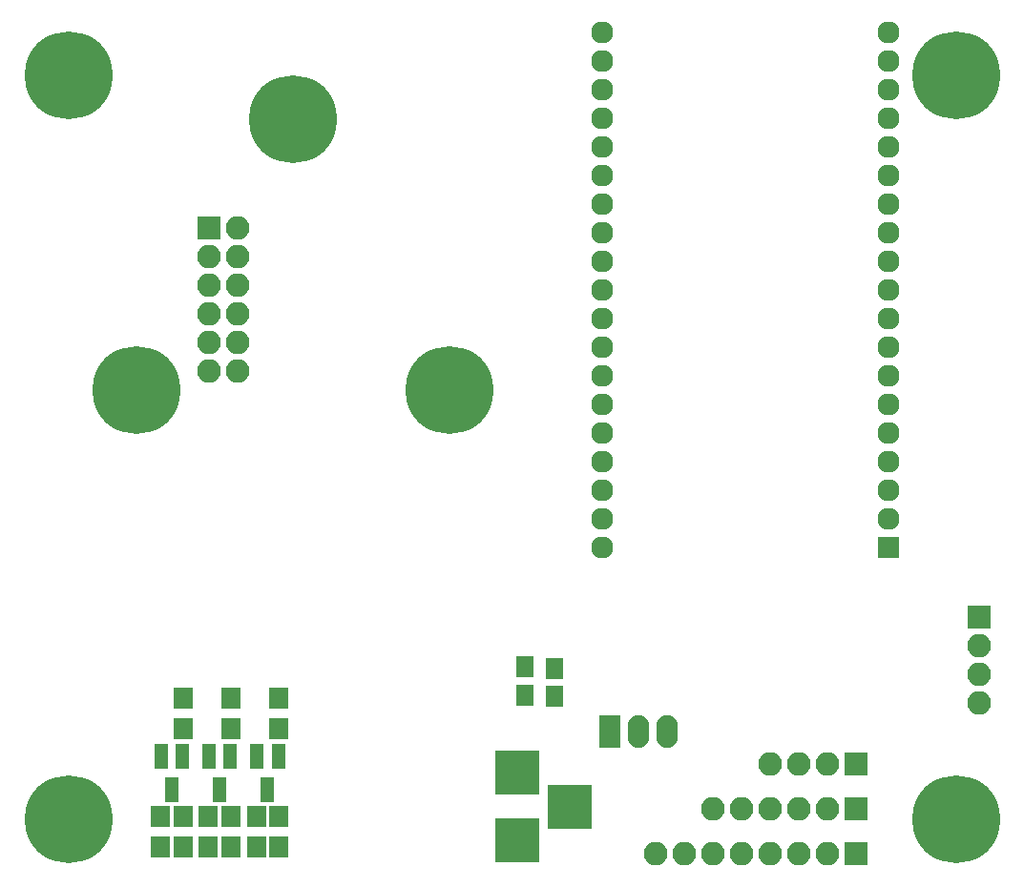
<source format=gts>
G04 #@! TF.GenerationSoftware,KiCad,Pcbnew,(5.0.0)*
G04 #@! TF.CreationDate,2019-02-03T17:05:02-08:00*
G04 #@! TF.ProjectId,mlab100_Base_Panel_1.5,6D6C61623130305F426173655F50616E,rev?*
G04 #@! TF.SameCoordinates,Original*
G04 #@! TF.FileFunction,Soldermask,Top*
G04 #@! TF.FilePolarity,Negative*
%FSLAX46Y46*%
G04 Gerber Fmt 4.6, Leading zero omitted, Abs format (unit mm)*
G04 Created by KiCad (PCBNEW (5.0.0)) date 02/03/19 17:05:02*
%MOMM*%
%LPD*%
G01*
G04 APERTURE LIST*
%ADD10R,1.960000X1.960000*%
%ADD11C,1.960000*%
%ADD12R,1.900000X2.900000*%
%ADD13O,1.900000X2.900000*%
%ADD14R,1.700000X1.900000*%
%ADD15R,2.100000X2.100000*%
%ADD16O,2.100000X2.100000*%
%ADD17R,1.200000X2.300000*%
%ADD18R,1.650000X1.900000*%
%ADD19C,7.800000*%
%ADD20R,3.900000X3.900000*%
G04 APERTURE END LIST*
D10*
G04 #@! TO.C,U1*
X77860000Y-46970000D03*
D11*
X77860000Y-44430000D03*
X77860000Y-1250000D03*
X77860000Y-41890000D03*
X77860000Y-39350000D03*
X77860000Y-36810000D03*
X77860000Y-34270000D03*
X77860000Y-31730000D03*
X77860000Y-29190000D03*
X77860000Y-26650000D03*
X77860000Y-24110000D03*
X77860000Y-21570000D03*
X77860000Y-19030000D03*
X77860000Y-16490000D03*
X77860000Y-13950000D03*
X77860000Y-11410000D03*
X77860000Y-8870000D03*
X77860000Y-6330000D03*
X77860000Y-3790000D03*
X52460000Y-46970000D03*
X52460000Y-44430000D03*
X52460000Y-41890000D03*
X52460000Y-39350000D03*
X52460000Y-36810000D03*
X52460000Y-34270000D03*
X52460000Y-31730000D03*
X52460000Y-29190000D03*
X52460000Y-26650000D03*
X52460000Y-24110000D03*
X52460000Y-21570000D03*
X52460000Y-19030000D03*
X52460000Y-16490000D03*
X52460000Y-13950000D03*
X52460000Y-11410000D03*
X52460000Y-8870000D03*
X52460000Y-6330000D03*
X52460000Y-3790000D03*
X52460000Y-1250000D03*
G04 #@! TD*
D12*
G04 #@! TO.C,U2*
X53100000Y-63300000D03*
D13*
X55640000Y-63300000D03*
X58180000Y-63300000D03*
G04 #@! TD*
D14*
G04 #@! TO.C,R5*
X23750000Y-70900000D03*
X23750000Y-73600000D03*
G04 #@! TD*
G04 #@! TO.C,R7*
X15250000Y-70900000D03*
X15250000Y-73600000D03*
G04 #@! TD*
D15*
G04 #@! TO.C,J1*
X85900000Y-53200000D03*
D16*
X85900000Y-55740000D03*
X85900000Y-58280000D03*
X85900000Y-60820000D03*
G04 #@! TD*
D17*
G04 #@! TO.C,Q6*
X19450000Y-65500000D03*
X17550000Y-65500000D03*
X18500000Y-68500000D03*
G04 #@! TD*
G04 #@! TO.C,Q2*
X23700000Y-65500000D03*
X21800000Y-65500000D03*
X22750000Y-68500000D03*
G04 #@! TD*
D15*
G04 #@! TO.C,J5*
X75000000Y-74200000D03*
D16*
X72460000Y-74200000D03*
X69920000Y-74200000D03*
X67380000Y-74200000D03*
X64840000Y-74200000D03*
X62300000Y-74200000D03*
X59760000Y-74200000D03*
X57220000Y-74200000D03*
G04 #@! TD*
D17*
G04 #@! TO.C,Q4*
X15200000Y-65500000D03*
X13300000Y-65500000D03*
X14250000Y-68500000D03*
G04 #@! TD*
D18*
G04 #@! TO.C,C4*
X45600000Y-60100000D03*
X45600000Y-57600000D03*
G04 #@! TD*
G04 #@! TO.C,C3*
X48200000Y-57700000D03*
X48200000Y-60200000D03*
G04 #@! TD*
D14*
G04 #@! TO.C,R9*
X19500000Y-70900000D03*
X19500000Y-73600000D03*
G04 #@! TD*
D15*
G04 #@! TO.C,J7*
X75000000Y-66200000D03*
D16*
X72460000Y-66200000D03*
X69920000Y-66200000D03*
X67380000Y-66200000D03*
G04 #@! TD*
G04 #@! TO.C,J2*
X20100000Y-31350000D03*
X17560000Y-31350000D03*
X20100000Y-28810000D03*
X17560000Y-28810000D03*
X20100000Y-26270000D03*
X17560000Y-26270000D03*
X20100000Y-23730000D03*
X17560000Y-23730000D03*
X20100000Y-21190000D03*
X17560000Y-21190000D03*
X20100000Y-18650000D03*
D15*
X17560000Y-18650000D03*
G04 #@! TD*
G04 #@! TO.C,J6*
X75000000Y-70200000D03*
D16*
X72460000Y-70200000D03*
X69920000Y-70200000D03*
X67380000Y-70200000D03*
X64840000Y-70200000D03*
X62300000Y-70200000D03*
G04 #@! TD*
D14*
G04 #@! TO.C,D3*
X21750000Y-70900000D03*
X21750000Y-73600000D03*
G04 #@! TD*
G04 #@! TO.C,D6*
X13250000Y-73600000D03*
X13250000Y-70900000D03*
G04 #@! TD*
G04 #@! TO.C,D7*
X17500000Y-70900000D03*
X17500000Y-73600000D03*
G04 #@! TD*
D19*
G04 #@! TO.C,MH1*
X5080000Y-5080000D03*
G04 #@! TD*
G04 #@! TO.C,MH2*
X5080000Y-71120000D03*
G04 #@! TD*
G04 #@! TO.C,MH3*
X83820000Y-71120000D03*
G04 #@! TD*
G04 #@! TO.C,MH4*
X83820000Y-5080000D03*
G04 #@! TD*
G04 #@! TO.C,MH5*
X38856400Y-33000000D03*
G04 #@! TD*
G04 #@! TO.C,MH6*
X11143600Y-33000000D03*
G04 #@! TD*
G04 #@! TO.C,MH7*
X25000000Y-9000000D03*
G04 #@! TD*
D14*
G04 #@! TO.C,R4*
X23750000Y-60400000D03*
X23750000Y-63100000D03*
G04 #@! TD*
G04 #@! TO.C,R6*
X15250000Y-63100000D03*
X15250000Y-60400000D03*
G04 #@! TD*
G04 #@! TO.C,R8*
X19500000Y-60400000D03*
X19500000Y-63100000D03*
G04 #@! TD*
D20*
G04 #@! TO.C,J4*
X49600000Y-70000000D03*
X44900000Y-73000000D03*
X44900000Y-67000000D03*
G04 #@! TD*
M02*

</source>
